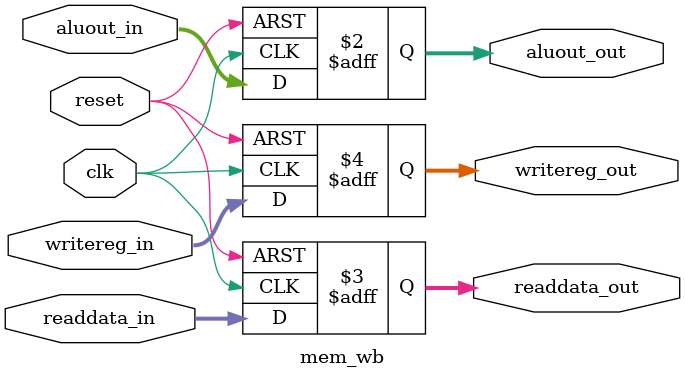
<source format=v>
module mem_wb(
    input clk,
    input reset,
    input [31:0] aluout_in,
    input [31:0] readdata_in,
    input [4:0]  writereg_in,
    output reg [31:0] aluout_out,
    output reg [31:0] readdata_out,
    output reg [4:0]  writereg_out
);

  always @(posedge clk or posedge reset) begin
    if (reset) begin
      aluout_out <= 0;
      readdata_out <= 0;
      writereg_out <= 0;
    end else begin
      aluout_out <= aluout_in;
      readdata_out <= readdata_in;
      writereg_out <= writereg_in;
    end
  end

endmodule

</source>
